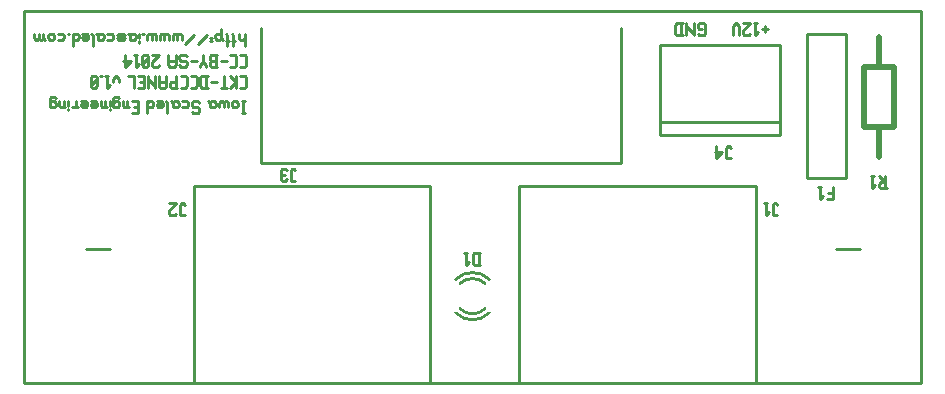
<source format=gbr>
G04 start of page 8 for group -4079 idx -4079 *
G04 Title: (unknown), topsilk *
G04 Creator: pcb 20110918 *
G04 CreationDate: Tue 30 Sep 2014 08:46:46 PM GMT UTC *
G04 For: ndholmes *
G04 Format: Gerber/RS-274X *
G04 PCB-Dimensions: 300000 125000 *
G04 PCB-Coordinate-Origin: lower left *
%MOIN*%
%FSLAX25Y25*%
%LNTOPSILK*%
%ADD84C,0.0200*%
%ADD83C,0.0100*%
G54D83*X500Y500D02*X299500D01*
Y124500D01*
X500D02*Y500D01*
X299500Y124500D02*X500D01*
X246500Y118500D02*X248500D01*
X247500Y119500D02*Y117500D01*
X243800Y120500D02*X244800D01*
X244300D02*Y116500D01*
X245300Y117500D02*X244300Y116500D01*
X242600Y117000D02*X242100Y116500D01*
X240600D02*X242100D01*
X240600D02*X240100Y117000D01*
Y118000D02*Y117000D01*
X242600Y120500D02*X240100Y118000D01*
Y120500D02*X242600D01*
X238900Y119500D02*Y116500D01*
Y119500D02*X237900Y120500D01*
X236900Y119500D01*
Y116500D01*
X225500D02*X225000Y117000D01*
X225500Y116500D02*X227000D01*
X227500Y117000D02*X227000Y116500D01*
X227500Y120000D02*Y117000D01*
Y120000D02*X227000Y120500D01*
X225500D02*X227000D01*
X225500D02*X225000Y120000D01*
Y119000D01*
X225500Y118500D02*X225000Y119000D01*
X225500Y118500D02*X226500D01*
X223800Y120500D02*Y116500D01*
Y117000D02*Y116500D01*
Y117000D02*X221300Y119500D01*
Y120500D02*Y116500D01*
X219600Y120500D02*Y116500D01*
X218100D02*X217600Y117000D01*
Y120000D02*Y117000D01*
X218100Y120500D02*X217600Y120000D01*
X218100Y120500D02*X220100D01*
X218100Y116500D02*X220100D01*
X74000Y117000D02*Y113000D01*
Y115500D02*X73500Y115000D01*
X72500D02*X73500D01*
X72500D02*X72000Y115500D01*
Y117000D02*Y115500D01*
X70300Y116500D02*Y113000D01*
Y116500D02*X69800Y117000D01*
Y114500D02*X70800D01*
X68300Y116500D02*Y113000D01*
Y116500D02*X67800Y117000D01*
Y114500D02*X68800D01*
X66300Y118500D02*Y115500D01*
X66800Y115000D02*X66300Y115500D01*
X65800Y115000D01*
X64800D02*X65800D01*
X64800D02*X64300Y115500D01*
Y116500D02*Y115500D01*
X64800Y117000D02*X64300Y116500D01*
X64800Y117000D02*X65800D01*
X66300Y116500D02*X65800Y117000D01*
X62600Y114500D02*X63100D01*
X62600Y115500D02*X63100D01*
X61400Y116500D02*X58400Y113500D01*
X57200Y116500D02*X54200Y113500D01*
X53000Y116500D02*Y115000D01*
Y116500D02*X52500Y117000D01*
X52000D02*X52500D01*
X52000D02*X51500Y116500D01*
Y115000D01*
Y116500D02*X51000Y117000D01*
X50500D02*X51000D01*
X50500D02*X50000Y116500D01*
Y115000D01*
X48800Y116500D02*Y115000D01*
Y116500D02*X48300Y117000D01*
X47800D02*X48300D01*
X47800D02*X47300Y116500D01*
Y115000D01*
Y116500D02*X46800Y117000D01*
X46300D02*X46800D01*
X46300D02*X45800Y116500D01*
Y115000D01*
X44600Y116500D02*Y115000D01*
Y116500D02*X44100Y117000D01*
X43600D02*X44100D01*
X43600D02*X43100Y116500D01*
Y115000D01*
Y116500D02*X42600Y117000D01*
X42100D02*X42600D01*
X42100D02*X41600Y116500D01*
Y115000D01*
X39900Y117000D02*X40400D01*
X38700Y114500D02*Y114000D01*
Y117000D02*Y115500D01*
X36200Y115000D02*X35700Y115500D01*
X36200Y115000D02*X37200D01*
X37700Y115500D02*X37200Y115000D01*
X37700Y116500D02*Y115500D01*
Y116500D02*X37200Y117000D01*
X35700Y116500D02*Y115000D01*
Y116500D02*X35200Y117000D01*
X36200D02*X37200D01*
X36200D02*X35700Y116500D01*
X32000Y117000D02*X33500D01*
X32000D02*X31500Y116500D01*
X32000Y116000D02*X31500Y116500D01*
X32000Y116000D02*X33500D01*
X34000Y115500D02*X33500Y116000D01*
X34000Y115500D02*X33500Y115000D01*
X32000D02*X33500D01*
X32000D02*X31500Y115500D01*
X34000Y116500D02*X33500Y117000D01*
X28300Y115000D02*X29800D01*
X30300Y115500D02*X29800Y115000D01*
X30300Y116500D02*Y115500D01*
Y116500D02*X29800Y117000D01*
X28300D02*X29800D01*
X25600Y115000D02*X25100Y115500D01*
X25600Y115000D02*X26600D01*
X27100Y115500D02*X26600Y115000D01*
X27100Y116500D02*Y115500D01*
Y116500D02*X26600Y117000D01*
X25100Y116500D02*Y115000D01*
Y116500D02*X24600Y117000D01*
X25600D02*X26600D01*
X25600D02*X25100Y116500D01*
X23400D02*Y113000D01*
Y116500D02*X22900Y117000D01*
X19900D02*X21400D01*
X21900Y116500D02*X21400Y117000D01*
X21900Y116500D02*Y115500D01*
X21400Y115000D01*
X20400D02*X21400D01*
X20400D02*X19900Y115500D01*
Y116000D02*X21900D01*
X19900D02*Y115500D01*
X16700Y117000D02*Y113000D01*
X17200Y117000D02*X16700Y116500D01*
X17200Y117000D02*X18200D01*
X18700Y116500D02*X18200Y117000D01*
X18700Y116500D02*Y115500D01*
X18200Y115000D01*
X17200D02*X18200D01*
X17200D02*X16700Y115500D01*
X15000Y117000D02*X15500D01*
X11800Y115000D02*X13300D01*
X13800Y115500D02*X13300Y115000D01*
X13800Y116500D02*Y115500D01*
Y116500D02*X13300Y117000D01*
X11800D02*X13300D01*
X10600Y116500D02*Y115500D01*
X10100Y115000D01*
X9100D02*X10100D01*
X9100D02*X8600Y115500D01*
Y116500D02*Y115500D01*
X9100Y117000D02*X8600Y116500D01*
X9100Y117000D02*X10100D01*
X10600Y116500D02*X10100Y117000D01*
X6900D02*Y115500D01*
X6400Y115000D01*
X5900D02*X6400D01*
X5900D02*X5400Y115500D01*
Y117000D02*Y115500D01*
X4900Y115000D01*
X4400D02*X4900D01*
X4400D02*X3900Y115500D01*
Y117000D02*Y115500D01*
X7400Y115000D02*X6900Y115500D01*
X73000Y90500D02*X74000D01*
X73500Y94500D02*Y90500D01*
X73000Y94500D02*X74000D01*
X71800Y94000D02*Y93000D01*
X71300Y92500D01*
X70300D02*X71300D01*
X70300D02*X69800Y93000D01*
Y94000D02*Y93000D01*
X70300Y94500D02*X69800Y94000D01*
X70300Y94500D02*X71300D01*
X71800Y94000D02*X71300Y94500D01*
X68600Y94000D02*Y92500D01*
Y94000D02*X68100Y94500D01*
X67600D02*X68100D01*
X67600D02*X67100Y94000D01*
Y92500D01*
Y94000D02*X66600Y94500D01*
X66100D02*X66600D01*
X66100D02*X65600Y94000D01*
Y92500D01*
X62900D02*X62400Y93000D01*
X62900Y92500D02*X63900D01*
X64400Y93000D02*X63900Y92500D01*
X64400Y94000D02*Y93000D01*
Y94000D02*X63900Y94500D01*
X62400Y94000D02*Y92500D01*
Y94000D02*X61900Y94500D01*
X62900D02*X63900D01*
X62900D02*X62400Y94000D01*
X56900Y90500D02*X56400Y91000D01*
X56900Y90500D02*X58400D01*
X58900Y91000D02*X58400Y90500D01*
X58900Y92000D02*Y91000D01*
Y92000D02*X58400Y92500D01*
X56900D02*X58400D01*
X56900D02*X56400Y93000D01*
Y94000D02*Y93000D01*
X56900Y94500D02*X56400Y94000D01*
X56900Y94500D02*X58400D01*
X58900Y94000D02*X58400Y94500D01*
X53200Y92500D02*X54700D01*
X55200Y93000D02*X54700Y92500D01*
X55200Y94000D02*Y93000D01*
Y94000D02*X54700Y94500D01*
X53200D02*X54700D01*
X50500Y92500D02*X50000Y93000D01*
X50500Y92500D02*X51500D01*
X52000Y93000D02*X51500Y92500D01*
X52000Y94000D02*Y93000D01*
Y94000D02*X51500Y94500D01*
X50000Y94000D02*Y92500D01*
Y94000D02*X49500Y94500D01*
X50500D02*X51500D01*
X50500D02*X50000Y94000D01*
X48300D02*Y90500D01*
Y94000D02*X47800Y94500D01*
X44800D02*X46300D01*
X46800Y94000D02*X46300Y94500D01*
X46800Y94000D02*Y93000D01*
X46300Y92500D01*
X45300D02*X46300D01*
X45300D02*X44800Y93000D01*
Y93500D02*X46800D01*
X44800D02*Y93000D01*
X41600Y94500D02*Y90500D01*
X42100Y94500D02*X41600Y94000D01*
X42100Y94500D02*X43100D01*
X43600Y94000D02*X43100Y94500D01*
X43600Y94000D02*Y93000D01*
X43100Y92500D01*
X42100D02*X43100D01*
X42100D02*X41600Y93000D01*
X37100Y92500D02*X38600D01*
X36600Y94500D02*X38600D01*
Y90500D01*
X36600D02*X38600D01*
X34900Y94500D02*Y93000D01*
X34400Y92500D01*
X33900D02*X34400D01*
X33900D02*X33400Y93000D01*
Y94500D02*Y93000D01*
X35400Y92500D02*X34900Y93000D01*
X30700Y92500D02*X30200Y93000D01*
X30700Y92500D02*X31700D01*
X32200Y93000D02*X31700Y92500D01*
X32200Y94000D02*Y93000D01*
Y94000D02*X31700Y94500D01*
X30700D02*X31700D01*
X30700D02*X30200Y94000D01*
X32200Y95500D02*X31700Y96000D01*
X30700D02*X31700D01*
X30700D02*X30200Y95500D01*
Y92500D01*
X29000Y92000D02*Y91500D01*
Y94500D02*Y93000D01*
X27500Y94500D02*Y93000D01*
X27000Y92500D01*
X26500D02*X27000D01*
X26500D02*X26000Y93000D01*
Y94500D02*Y93000D01*
X28000Y92500D02*X27500Y93000D01*
X22800Y94500D02*X24300D01*
X24800Y94000D02*X24300Y94500D01*
X24800Y94000D02*Y93000D01*
X24300Y92500D01*
X23300D02*X24300D01*
X23300D02*X22800Y93000D01*
Y93500D02*X24800D01*
X22800D02*Y93000D01*
X19600Y94500D02*X21100D01*
X21600Y94000D02*X21100Y94500D01*
X21600Y94000D02*Y93000D01*
X21100Y92500D01*
X20100D02*X21100D01*
X20100D02*X19600Y93000D01*
Y93500D02*X21600D01*
X19600D02*Y93000D01*
X17900Y94500D02*Y93000D01*
X17400Y92500D01*
X16400D02*X17400D01*
X18400D02*X17900Y93000D01*
X15200Y92000D02*Y91500D01*
Y94500D02*Y93000D01*
X13700Y94500D02*Y93000D01*
X13200Y92500D01*
X12700D02*X13200D01*
X12700D02*X12200Y93000D01*
Y94500D02*Y93000D01*
X14200Y92500D02*X13700Y93000D01*
X9500Y92500D02*X9000Y93000D01*
X9500Y92500D02*X10500D01*
X11000Y93000D02*X10500Y92500D01*
X11000Y94000D02*Y93000D01*
Y94000D02*X10500Y94500D01*
X9500D02*X10500D01*
X9500D02*X9000Y94000D01*
X11000Y95500D02*X10500Y96000D01*
X9500D02*X10500D01*
X9500D02*X9000Y95500D01*
Y92500D01*
X72500Y103000D02*X74000D01*
X74500Y102500D02*X74000Y103000D01*
X74500Y102500D02*Y99500D01*
X74000Y99000D01*
X72500D02*X74000D01*
X71300Y103000D02*Y99000D01*
Y101000D02*X69300Y99000D01*
X71300Y101000D02*X69300Y103000D01*
X66100Y99000D02*X68100D01*
X67100Y103000D02*Y99000D01*
X62900Y101000D02*X64900D01*
X61200Y103000D02*Y99000D01*
X59700D02*X59200Y99500D01*
Y102500D02*Y99500D01*
X59700Y103000D02*X59200Y102500D01*
X59700Y103000D02*X61700D01*
X59700Y99000D02*X61700D01*
X56000Y103000D02*X57500D01*
X58000Y102500D02*X57500Y103000D01*
X58000Y102500D02*Y99500D01*
X57500Y99000D01*
X56000D02*X57500D01*
X52800Y103000D02*X54300D01*
X54800Y102500D02*X54300Y103000D01*
X54800Y102500D02*Y99500D01*
X54300Y99000D01*
X52800D02*X54300D01*
X51100Y103000D02*Y99000D01*
X49600D02*X51600D01*
X49600D02*X49100Y99500D01*
Y100500D02*Y99500D01*
X49600Y101000D02*X49100Y100500D01*
X49600Y101000D02*X51100D01*
X47900Y103000D02*Y99500D01*
X47400Y99000D01*
X45900D02*X47400D01*
X45900D02*X45400Y99500D01*
Y103000D02*Y99500D01*
Y101000D02*X47900D01*
X44200Y103000D02*Y99000D01*
Y99500D02*Y99000D01*
Y99500D02*X41700Y102000D01*
Y103000D02*Y99000D01*
X39000Y101000D02*X40500D01*
X38500Y103000D02*X40500D01*
Y99000D01*
X38500D02*X40500D01*
X37300Y103000D02*Y99000D01*
X35300Y103000D02*X37300D01*
X32300Y102000D02*Y101000D01*
Y102000D02*X31300Y103000D01*
X30300Y102000D01*
Y101000D01*
X27600Y103000D02*X28600D01*
X28100D02*Y99000D01*
X29100Y100000D02*X28100Y99000D01*
X25900Y103000D02*X26400D01*
X24700Y102500D02*X24200Y103000D01*
X24700Y102500D02*Y99500D01*
X24200Y99000D01*
X23200D02*X24200D01*
X23200D02*X22700Y99500D01*
Y102500D02*Y99500D01*
X23200Y103000D02*X22700Y102500D01*
X23200Y103000D02*X24200D01*
X24700Y102000D02*X22700Y100000D01*
X72500Y110000D02*X74000D01*
X74500Y109500D02*X74000Y110000D01*
X74500Y109500D02*Y106500D01*
X74000Y106000D01*
X72500D02*X74000D01*
X69300Y110000D02*X70800D01*
X71300Y109500D02*X70800Y110000D01*
X71300Y109500D02*Y106500D01*
X70800Y106000D01*
X69300D02*X70800D01*
X66100Y108000D02*X68100D01*
X62900Y110000D02*X64900D01*
X62900D02*X62400Y109500D01*
Y108500D01*
X62900Y108000D02*X62400Y108500D01*
X62900Y108000D02*X64400D01*
Y110000D02*Y106000D01*
X62900D02*X64900D01*
X62900D02*X62400Y106500D01*
Y107500D02*Y106500D01*
X62900Y108000D02*X62400Y107500D01*
X61200Y106500D02*Y106000D01*
Y106500D02*X60200Y107500D01*
X59200Y106500D01*
Y106000D01*
X60200Y110000D02*Y107500D01*
X56000Y108000D02*X58000D01*
X52800Y106000D02*X52300Y106500D01*
X52800Y106000D02*X54300D01*
X54800Y106500D02*X54300Y106000D01*
X54800Y107500D02*Y106500D01*
Y107500D02*X54300Y108000D01*
X52800D02*X54300D01*
X52800D02*X52300Y108500D01*
Y109500D02*Y108500D01*
X52800Y110000D02*X52300Y109500D01*
X52800Y110000D02*X54300D01*
X54800Y109500D02*X54300Y110000D01*
X51100D02*Y106500D01*
X50600Y106000D01*
X49100D02*X50600D01*
X49100D02*X48600Y106500D01*
Y110000D02*Y106500D01*
Y108000D02*X51100D01*
X45600Y106500D02*X45100Y106000D01*
X43600D02*X45100D01*
X43600D02*X43100Y106500D01*
Y107500D02*Y106500D01*
X45600Y110000D02*X43100Y107500D01*
Y110000D02*X45600D01*
X41900Y109500D02*X41400Y110000D01*
X41900Y109500D02*Y106500D01*
X41400Y106000D01*
X40400D02*X41400D01*
X40400D02*X39900Y106500D01*
Y109500D02*Y106500D01*
X40400Y110000D02*X39900Y109500D01*
X40400Y110000D02*X41400D01*
X41900Y109000D02*X39900Y107000D01*
X37200Y110000D02*X38200D01*
X37700D02*Y106000D01*
X38700Y107000D02*X37700Y106000D01*
X36000Y108000D02*X34000Y106000D01*
X33500Y108000D02*X36000D01*
X34000Y110000D02*Y106000D01*
X165650Y500D02*X244350D01*
X165650Y66200D02*Y500D01*
X244350Y66200D02*Y500D01*
X165650Y66200D02*X244350D01*
X258600Y500D02*X291400D01*
X271000Y45200D02*X279000D01*
G54D84*X280500Y106000D02*Y86000D01*
Y106000D02*X290500D01*
Y86000D01*
X280500D02*X290500D01*
X285500D02*Y76000D01*
Y116000D02*Y106000D01*
G54D83*X212500Y113300D02*X252500D01*
X212500Y83300D02*X252500D01*
X212500Y87700D02*X252500D01*
Y113300D02*Y83300D01*
X212500Y113300D02*Y83300D01*
X261500Y117000D02*Y69000D01*
X274500D01*
Y117000D02*Y69000D01*
X261500Y117000D02*X274500D01*
X145828Y25328D02*G75*G03X154172Y25328I4172J4172D01*G01*
X154172Y33672D02*G75*G03X145828Y33672I-4172J-4172D01*G01*
X144414Y23914D02*G75*G03X155586Y23914I5586J5586D01*G01*
X155586Y35086D02*G75*G03X144414Y35086I-5586J-5586D01*G01*
X57150Y500D02*X135850D01*
X57150Y66200D02*Y500D01*
X135850Y66200D02*Y500D01*
X57150Y66200D02*X135850D01*
X8600Y500D02*X41400D01*
X21000Y45200D02*X29000D01*
X79500Y119000D02*Y74000D01*
X199500Y119000D02*Y74000D01*
X79500D02*X199500D01*
X250000Y56500D02*X251500D01*
X250000Y60000D02*Y56500D01*
X250500Y60500D02*X250000Y60000D01*
X250500Y60500D02*X251000D01*
X251500Y60000D02*X251000Y60500D01*
X247300D02*X248300D01*
X247800D02*Y56500D01*
X248800Y57500D02*X247800Y56500D01*
X286000Y65500D02*X288000D01*
X286000D02*X285500Y66000D01*
Y67000D02*Y66000D01*
X286000Y67500D02*X285500Y67000D01*
X286000Y67500D02*X287500D01*
Y69500D02*Y65500D01*
Y67500D02*X285500Y69500D01*
X282800D02*X283800D01*
X283300D02*Y65500D01*
X284300Y66500D02*X283300Y65500D01*
X270000Y66000D02*Y62000D01*
X268000D02*X270000D01*
X268500Y64000D02*X270000D01*
X265300Y66000D02*X266300D01*
X265800D02*Y62000D01*
X266800Y63000D02*X265800Y62000D01*
X152000Y44000D02*Y40000D01*
X150500D02*X150000Y40500D01*
Y43500D02*Y40500D01*
X150500Y44000D02*X150000Y43500D01*
X150500Y44000D02*X152500D01*
X150500Y40000D02*X152500D01*
X147300Y44000D02*X148300D01*
X147800D02*Y40000D01*
X148800Y41000D02*X147800Y40000D01*
X52500Y56500D02*X54000D01*
X52500Y60000D02*Y56500D01*
X53000Y60500D02*X52500Y60000D01*
X53000Y60500D02*X53500D01*
X54000Y60000D02*X53500Y60500D01*
X51300Y57000D02*X50800Y56500D01*
X49300D02*X50800D01*
X49300D02*X48800Y57000D01*
Y58000D02*Y57000D01*
X51300Y60500D02*X48800Y58000D01*
Y60500D02*X51300D01*
X89343Y68000D02*X90843D01*
X89343Y71500D02*Y68000D01*
X89843Y72000D02*X89343Y71500D01*
X89843Y72000D02*X90343D01*
X90843Y71500D02*X90343Y72000D01*
X88143Y68500D02*X87643Y68000D01*
X86643D02*X87643D01*
X86643D02*X86143Y68500D01*
Y71500D02*Y68500D01*
X86643Y72000D02*X86143Y71500D01*
X86643Y72000D02*X87643D01*
X88143Y71500D02*X87643Y72000D01*
X86143Y70000D02*X87643D01*
X234500Y75500D02*X236000D01*
X234500Y79000D02*Y75500D01*
X235000Y79500D02*X234500Y79000D01*
X235000Y79500D02*X235500D01*
X236000Y79000D02*X235500Y79500D01*
X233300Y77500D02*X231300Y75500D01*
X230800Y77500D02*X233300D01*
X231300Y79500D02*Y75500D01*
M02*

</source>
